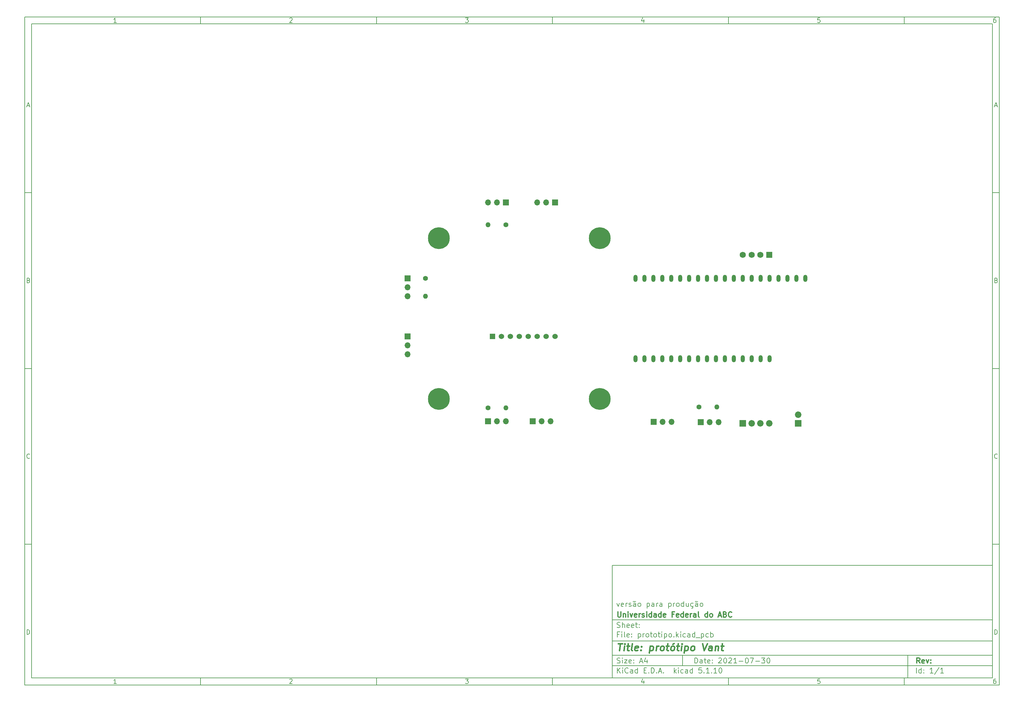
<source format=gbr>
%TF.GenerationSoftware,KiCad,Pcbnew,5.1.10*%
%TF.CreationDate,2021-08-11T12:17:18-03:00*%
%TF.ProjectId,prototipo,70726f74-6f74-4697-906f-2e6b69636164,rev?*%
%TF.SameCoordinates,Original*%
%TF.FileFunction,Soldermask,Top*%
%TF.FilePolarity,Negative*%
%FSLAX46Y46*%
G04 Gerber Fmt 4.6, Leading zero omitted, Abs format (unit mm)*
G04 Created by KiCad (PCBNEW 5.1.10) date 2021-08-11 12:17:18*
%MOMM*%
%LPD*%
G01*
G04 APERTURE LIST*
%ADD10C,0.100000*%
%ADD11C,0.150000*%
%ADD12C,0.300000*%
%ADD13C,0.400000*%
%ADD14R,1.850000X1.850000*%
%ADD15C,1.850000*%
%ADD16O,1.200000X2.000000*%
%ADD17C,6.200000*%
%ADD18O,1.700000X1.700000*%
%ADD19R,1.700000X1.700000*%
%ADD20C,1.400000*%
%ADD21O,1.400000X1.400000*%
%ADD22C,1.524000*%
%ADD23R,1.524000X1.524000*%
%ADD24R,1.750000X1.750000*%
%ADD25C,1.750000*%
G04 APERTURE END LIST*
D10*
D11*
X177002200Y-166007200D02*
X177002200Y-198007200D01*
X285002200Y-198007200D01*
X285002200Y-166007200D01*
X177002200Y-166007200D01*
D10*
D11*
X10000000Y-10000000D02*
X10000000Y-200007200D01*
X287002200Y-200007200D01*
X287002200Y-10000000D01*
X10000000Y-10000000D01*
D10*
D11*
X12000000Y-12000000D02*
X12000000Y-198007200D01*
X285002200Y-198007200D01*
X285002200Y-12000000D01*
X12000000Y-12000000D01*
D10*
D11*
X60000000Y-12000000D02*
X60000000Y-10000000D01*
D10*
D11*
X110000000Y-12000000D02*
X110000000Y-10000000D01*
D10*
D11*
X160000000Y-12000000D02*
X160000000Y-10000000D01*
D10*
D11*
X210000000Y-12000000D02*
X210000000Y-10000000D01*
D10*
D11*
X260000000Y-12000000D02*
X260000000Y-10000000D01*
D10*
D11*
X36065476Y-11588095D02*
X35322619Y-11588095D01*
X35694047Y-11588095D02*
X35694047Y-10288095D01*
X35570238Y-10473809D01*
X35446428Y-10597619D01*
X35322619Y-10659523D01*
D10*
D11*
X85322619Y-10411904D02*
X85384523Y-10350000D01*
X85508333Y-10288095D01*
X85817857Y-10288095D01*
X85941666Y-10350000D01*
X86003571Y-10411904D01*
X86065476Y-10535714D01*
X86065476Y-10659523D01*
X86003571Y-10845238D01*
X85260714Y-11588095D01*
X86065476Y-11588095D01*
D10*
D11*
X135260714Y-10288095D02*
X136065476Y-10288095D01*
X135632142Y-10783333D01*
X135817857Y-10783333D01*
X135941666Y-10845238D01*
X136003571Y-10907142D01*
X136065476Y-11030952D01*
X136065476Y-11340476D01*
X136003571Y-11464285D01*
X135941666Y-11526190D01*
X135817857Y-11588095D01*
X135446428Y-11588095D01*
X135322619Y-11526190D01*
X135260714Y-11464285D01*
D10*
D11*
X185941666Y-10721428D02*
X185941666Y-11588095D01*
X185632142Y-10226190D02*
X185322619Y-11154761D01*
X186127380Y-11154761D01*
D10*
D11*
X236003571Y-10288095D02*
X235384523Y-10288095D01*
X235322619Y-10907142D01*
X235384523Y-10845238D01*
X235508333Y-10783333D01*
X235817857Y-10783333D01*
X235941666Y-10845238D01*
X236003571Y-10907142D01*
X236065476Y-11030952D01*
X236065476Y-11340476D01*
X236003571Y-11464285D01*
X235941666Y-11526190D01*
X235817857Y-11588095D01*
X235508333Y-11588095D01*
X235384523Y-11526190D01*
X235322619Y-11464285D01*
D10*
D11*
X285941666Y-10288095D02*
X285694047Y-10288095D01*
X285570238Y-10350000D01*
X285508333Y-10411904D01*
X285384523Y-10597619D01*
X285322619Y-10845238D01*
X285322619Y-11340476D01*
X285384523Y-11464285D01*
X285446428Y-11526190D01*
X285570238Y-11588095D01*
X285817857Y-11588095D01*
X285941666Y-11526190D01*
X286003571Y-11464285D01*
X286065476Y-11340476D01*
X286065476Y-11030952D01*
X286003571Y-10907142D01*
X285941666Y-10845238D01*
X285817857Y-10783333D01*
X285570238Y-10783333D01*
X285446428Y-10845238D01*
X285384523Y-10907142D01*
X285322619Y-11030952D01*
D10*
D11*
X60000000Y-198007200D02*
X60000000Y-200007200D01*
D10*
D11*
X110000000Y-198007200D02*
X110000000Y-200007200D01*
D10*
D11*
X160000000Y-198007200D02*
X160000000Y-200007200D01*
D10*
D11*
X210000000Y-198007200D02*
X210000000Y-200007200D01*
D10*
D11*
X260000000Y-198007200D02*
X260000000Y-200007200D01*
D10*
D11*
X36065476Y-199595295D02*
X35322619Y-199595295D01*
X35694047Y-199595295D02*
X35694047Y-198295295D01*
X35570238Y-198481009D01*
X35446428Y-198604819D01*
X35322619Y-198666723D01*
D10*
D11*
X85322619Y-198419104D02*
X85384523Y-198357200D01*
X85508333Y-198295295D01*
X85817857Y-198295295D01*
X85941666Y-198357200D01*
X86003571Y-198419104D01*
X86065476Y-198542914D01*
X86065476Y-198666723D01*
X86003571Y-198852438D01*
X85260714Y-199595295D01*
X86065476Y-199595295D01*
D10*
D11*
X135260714Y-198295295D02*
X136065476Y-198295295D01*
X135632142Y-198790533D01*
X135817857Y-198790533D01*
X135941666Y-198852438D01*
X136003571Y-198914342D01*
X136065476Y-199038152D01*
X136065476Y-199347676D01*
X136003571Y-199471485D01*
X135941666Y-199533390D01*
X135817857Y-199595295D01*
X135446428Y-199595295D01*
X135322619Y-199533390D01*
X135260714Y-199471485D01*
D10*
D11*
X185941666Y-198728628D02*
X185941666Y-199595295D01*
X185632142Y-198233390D02*
X185322619Y-199161961D01*
X186127380Y-199161961D01*
D10*
D11*
X236003571Y-198295295D02*
X235384523Y-198295295D01*
X235322619Y-198914342D01*
X235384523Y-198852438D01*
X235508333Y-198790533D01*
X235817857Y-198790533D01*
X235941666Y-198852438D01*
X236003571Y-198914342D01*
X236065476Y-199038152D01*
X236065476Y-199347676D01*
X236003571Y-199471485D01*
X235941666Y-199533390D01*
X235817857Y-199595295D01*
X235508333Y-199595295D01*
X235384523Y-199533390D01*
X235322619Y-199471485D01*
D10*
D11*
X285941666Y-198295295D02*
X285694047Y-198295295D01*
X285570238Y-198357200D01*
X285508333Y-198419104D01*
X285384523Y-198604819D01*
X285322619Y-198852438D01*
X285322619Y-199347676D01*
X285384523Y-199471485D01*
X285446428Y-199533390D01*
X285570238Y-199595295D01*
X285817857Y-199595295D01*
X285941666Y-199533390D01*
X286003571Y-199471485D01*
X286065476Y-199347676D01*
X286065476Y-199038152D01*
X286003571Y-198914342D01*
X285941666Y-198852438D01*
X285817857Y-198790533D01*
X285570238Y-198790533D01*
X285446428Y-198852438D01*
X285384523Y-198914342D01*
X285322619Y-199038152D01*
D10*
D11*
X10000000Y-60000000D02*
X12000000Y-60000000D01*
D10*
D11*
X10000000Y-110000000D02*
X12000000Y-110000000D01*
D10*
D11*
X10000000Y-160000000D02*
X12000000Y-160000000D01*
D10*
D11*
X10690476Y-35216666D02*
X11309523Y-35216666D01*
X10566666Y-35588095D02*
X11000000Y-34288095D01*
X11433333Y-35588095D01*
D10*
D11*
X11092857Y-84907142D02*
X11278571Y-84969047D01*
X11340476Y-85030952D01*
X11402380Y-85154761D01*
X11402380Y-85340476D01*
X11340476Y-85464285D01*
X11278571Y-85526190D01*
X11154761Y-85588095D01*
X10659523Y-85588095D01*
X10659523Y-84288095D01*
X11092857Y-84288095D01*
X11216666Y-84350000D01*
X11278571Y-84411904D01*
X11340476Y-84535714D01*
X11340476Y-84659523D01*
X11278571Y-84783333D01*
X11216666Y-84845238D01*
X11092857Y-84907142D01*
X10659523Y-84907142D01*
D10*
D11*
X11402380Y-135464285D02*
X11340476Y-135526190D01*
X11154761Y-135588095D01*
X11030952Y-135588095D01*
X10845238Y-135526190D01*
X10721428Y-135402380D01*
X10659523Y-135278571D01*
X10597619Y-135030952D01*
X10597619Y-134845238D01*
X10659523Y-134597619D01*
X10721428Y-134473809D01*
X10845238Y-134350000D01*
X11030952Y-134288095D01*
X11154761Y-134288095D01*
X11340476Y-134350000D01*
X11402380Y-134411904D01*
D10*
D11*
X10659523Y-185588095D02*
X10659523Y-184288095D01*
X10969047Y-184288095D01*
X11154761Y-184350000D01*
X11278571Y-184473809D01*
X11340476Y-184597619D01*
X11402380Y-184845238D01*
X11402380Y-185030952D01*
X11340476Y-185278571D01*
X11278571Y-185402380D01*
X11154761Y-185526190D01*
X10969047Y-185588095D01*
X10659523Y-185588095D01*
D10*
D11*
X287002200Y-60000000D02*
X285002200Y-60000000D01*
D10*
D11*
X287002200Y-110000000D02*
X285002200Y-110000000D01*
D10*
D11*
X287002200Y-160000000D02*
X285002200Y-160000000D01*
D10*
D11*
X285692676Y-35216666D02*
X286311723Y-35216666D01*
X285568866Y-35588095D02*
X286002200Y-34288095D01*
X286435533Y-35588095D01*
D10*
D11*
X286095057Y-84907142D02*
X286280771Y-84969047D01*
X286342676Y-85030952D01*
X286404580Y-85154761D01*
X286404580Y-85340476D01*
X286342676Y-85464285D01*
X286280771Y-85526190D01*
X286156961Y-85588095D01*
X285661723Y-85588095D01*
X285661723Y-84288095D01*
X286095057Y-84288095D01*
X286218866Y-84350000D01*
X286280771Y-84411904D01*
X286342676Y-84535714D01*
X286342676Y-84659523D01*
X286280771Y-84783333D01*
X286218866Y-84845238D01*
X286095057Y-84907142D01*
X285661723Y-84907142D01*
D10*
D11*
X286404580Y-135464285D02*
X286342676Y-135526190D01*
X286156961Y-135588095D01*
X286033152Y-135588095D01*
X285847438Y-135526190D01*
X285723628Y-135402380D01*
X285661723Y-135278571D01*
X285599819Y-135030952D01*
X285599819Y-134845238D01*
X285661723Y-134597619D01*
X285723628Y-134473809D01*
X285847438Y-134350000D01*
X286033152Y-134288095D01*
X286156961Y-134288095D01*
X286342676Y-134350000D01*
X286404580Y-134411904D01*
D10*
D11*
X285661723Y-185588095D02*
X285661723Y-184288095D01*
X285971247Y-184288095D01*
X286156961Y-184350000D01*
X286280771Y-184473809D01*
X286342676Y-184597619D01*
X286404580Y-184845238D01*
X286404580Y-185030952D01*
X286342676Y-185278571D01*
X286280771Y-185402380D01*
X286156961Y-185526190D01*
X285971247Y-185588095D01*
X285661723Y-185588095D01*
D10*
D11*
X200434342Y-193785771D02*
X200434342Y-192285771D01*
X200791485Y-192285771D01*
X201005771Y-192357200D01*
X201148628Y-192500057D01*
X201220057Y-192642914D01*
X201291485Y-192928628D01*
X201291485Y-193142914D01*
X201220057Y-193428628D01*
X201148628Y-193571485D01*
X201005771Y-193714342D01*
X200791485Y-193785771D01*
X200434342Y-193785771D01*
X202577200Y-193785771D02*
X202577200Y-193000057D01*
X202505771Y-192857200D01*
X202362914Y-192785771D01*
X202077200Y-192785771D01*
X201934342Y-192857200D01*
X202577200Y-193714342D02*
X202434342Y-193785771D01*
X202077200Y-193785771D01*
X201934342Y-193714342D01*
X201862914Y-193571485D01*
X201862914Y-193428628D01*
X201934342Y-193285771D01*
X202077200Y-193214342D01*
X202434342Y-193214342D01*
X202577200Y-193142914D01*
X203077200Y-192785771D02*
X203648628Y-192785771D01*
X203291485Y-192285771D02*
X203291485Y-193571485D01*
X203362914Y-193714342D01*
X203505771Y-193785771D01*
X203648628Y-193785771D01*
X204720057Y-193714342D02*
X204577200Y-193785771D01*
X204291485Y-193785771D01*
X204148628Y-193714342D01*
X204077200Y-193571485D01*
X204077200Y-193000057D01*
X204148628Y-192857200D01*
X204291485Y-192785771D01*
X204577200Y-192785771D01*
X204720057Y-192857200D01*
X204791485Y-193000057D01*
X204791485Y-193142914D01*
X204077200Y-193285771D01*
X205434342Y-193642914D02*
X205505771Y-193714342D01*
X205434342Y-193785771D01*
X205362914Y-193714342D01*
X205434342Y-193642914D01*
X205434342Y-193785771D01*
X205434342Y-192857200D02*
X205505771Y-192928628D01*
X205434342Y-193000057D01*
X205362914Y-192928628D01*
X205434342Y-192857200D01*
X205434342Y-193000057D01*
X207220057Y-192428628D02*
X207291485Y-192357200D01*
X207434342Y-192285771D01*
X207791485Y-192285771D01*
X207934342Y-192357200D01*
X208005771Y-192428628D01*
X208077200Y-192571485D01*
X208077200Y-192714342D01*
X208005771Y-192928628D01*
X207148628Y-193785771D01*
X208077200Y-193785771D01*
X209005771Y-192285771D02*
X209148628Y-192285771D01*
X209291485Y-192357200D01*
X209362914Y-192428628D01*
X209434342Y-192571485D01*
X209505771Y-192857200D01*
X209505771Y-193214342D01*
X209434342Y-193500057D01*
X209362914Y-193642914D01*
X209291485Y-193714342D01*
X209148628Y-193785771D01*
X209005771Y-193785771D01*
X208862914Y-193714342D01*
X208791485Y-193642914D01*
X208720057Y-193500057D01*
X208648628Y-193214342D01*
X208648628Y-192857200D01*
X208720057Y-192571485D01*
X208791485Y-192428628D01*
X208862914Y-192357200D01*
X209005771Y-192285771D01*
X210077200Y-192428628D02*
X210148628Y-192357200D01*
X210291485Y-192285771D01*
X210648628Y-192285771D01*
X210791485Y-192357200D01*
X210862914Y-192428628D01*
X210934342Y-192571485D01*
X210934342Y-192714342D01*
X210862914Y-192928628D01*
X210005771Y-193785771D01*
X210934342Y-193785771D01*
X212362914Y-193785771D02*
X211505771Y-193785771D01*
X211934342Y-193785771D02*
X211934342Y-192285771D01*
X211791485Y-192500057D01*
X211648628Y-192642914D01*
X211505771Y-192714342D01*
X213005771Y-193214342D02*
X214148628Y-193214342D01*
X215148628Y-192285771D02*
X215291485Y-192285771D01*
X215434342Y-192357200D01*
X215505771Y-192428628D01*
X215577200Y-192571485D01*
X215648628Y-192857200D01*
X215648628Y-193214342D01*
X215577200Y-193500057D01*
X215505771Y-193642914D01*
X215434342Y-193714342D01*
X215291485Y-193785771D01*
X215148628Y-193785771D01*
X215005771Y-193714342D01*
X214934342Y-193642914D01*
X214862914Y-193500057D01*
X214791485Y-193214342D01*
X214791485Y-192857200D01*
X214862914Y-192571485D01*
X214934342Y-192428628D01*
X215005771Y-192357200D01*
X215148628Y-192285771D01*
X216148628Y-192285771D02*
X217148628Y-192285771D01*
X216505771Y-193785771D01*
X217720057Y-193214342D02*
X218862914Y-193214342D01*
X219434342Y-192285771D02*
X220362914Y-192285771D01*
X219862914Y-192857200D01*
X220077200Y-192857200D01*
X220220057Y-192928628D01*
X220291485Y-193000057D01*
X220362914Y-193142914D01*
X220362914Y-193500057D01*
X220291485Y-193642914D01*
X220220057Y-193714342D01*
X220077200Y-193785771D01*
X219648628Y-193785771D01*
X219505771Y-193714342D01*
X219434342Y-193642914D01*
X221291485Y-192285771D02*
X221434342Y-192285771D01*
X221577200Y-192357200D01*
X221648628Y-192428628D01*
X221720057Y-192571485D01*
X221791485Y-192857200D01*
X221791485Y-193214342D01*
X221720057Y-193500057D01*
X221648628Y-193642914D01*
X221577200Y-193714342D01*
X221434342Y-193785771D01*
X221291485Y-193785771D01*
X221148628Y-193714342D01*
X221077200Y-193642914D01*
X221005771Y-193500057D01*
X220934342Y-193214342D01*
X220934342Y-192857200D01*
X221005771Y-192571485D01*
X221077200Y-192428628D01*
X221148628Y-192357200D01*
X221291485Y-192285771D01*
D10*
D11*
X177002200Y-194507200D02*
X285002200Y-194507200D01*
D10*
D11*
X178434342Y-196585771D02*
X178434342Y-195085771D01*
X179291485Y-196585771D02*
X178648628Y-195728628D01*
X179291485Y-195085771D02*
X178434342Y-195942914D01*
X179934342Y-196585771D02*
X179934342Y-195585771D01*
X179934342Y-195085771D02*
X179862914Y-195157200D01*
X179934342Y-195228628D01*
X180005771Y-195157200D01*
X179934342Y-195085771D01*
X179934342Y-195228628D01*
X181505771Y-196442914D02*
X181434342Y-196514342D01*
X181220057Y-196585771D01*
X181077200Y-196585771D01*
X180862914Y-196514342D01*
X180720057Y-196371485D01*
X180648628Y-196228628D01*
X180577200Y-195942914D01*
X180577200Y-195728628D01*
X180648628Y-195442914D01*
X180720057Y-195300057D01*
X180862914Y-195157200D01*
X181077200Y-195085771D01*
X181220057Y-195085771D01*
X181434342Y-195157200D01*
X181505771Y-195228628D01*
X182791485Y-196585771D02*
X182791485Y-195800057D01*
X182720057Y-195657200D01*
X182577200Y-195585771D01*
X182291485Y-195585771D01*
X182148628Y-195657200D01*
X182791485Y-196514342D02*
X182648628Y-196585771D01*
X182291485Y-196585771D01*
X182148628Y-196514342D01*
X182077200Y-196371485D01*
X182077200Y-196228628D01*
X182148628Y-196085771D01*
X182291485Y-196014342D01*
X182648628Y-196014342D01*
X182791485Y-195942914D01*
X184148628Y-196585771D02*
X184148628Y-195085771D01*
X184148628Y-196514342D02*
X184005771Y-196585771D01*
X183720057Y-196585771D01*
X183577200Y-196514342D01*
X183505771Y-196442914D01*
X183434342Y-196300057D01*
X183434342Y-195871485D01*
X183505771Y-195728628D01*
X183577200Y-195657200D01*
X183720057Y-195585771D01*
X184005771Y-195585771D01*
X184148628Y-195657200D01*
X186005771Y-195800057D02*
X186505771Y-195800057D01*
X186720057Y-196585771D02*
X186005771Y-196585771D01*
X186005771Y-195085771D01*
X186720057Y-195085771D01*
X187362914Y-196442914D02*
X187434342Y-196514342D01*
X187362914Y-196585771D01*
X187291485Y-196514342D01*
X187362914Y-196442914D01*
X187362914Y-196585771D01*
X188077200Y-196585771D02*
X188077200Y-195085771D01*
X188434342Y-195085771D01*
X188648628Y-195157200D01*
X188791485Y-195300057D01*
X188862914Y-195442914D01*
X188934342Y-195728628D01*
X188934342Y-195942914D01*
X188862914Y-196228628D01*
X188791485Y-196371485D01*
X188648628Y-196514342D01*
X188434342Y-196585771D01*
X188077200Y-196585771D01*
X189577200Y-196442914D02*
X189648628Y-196514342D01*
X189577200Y-196585771D01*
X189505771Y-196514342D01*
X189577200Y-196442914D01*
X189577200Y-196585771D01*
X190220057Y-196157200D02*
X190934342Y-196157200D01*
X190077200Y-196585771D02*
X190577200Y-195085771D01*
X191077200Y-196585771D01*
X191577200Y-196442914D02*
X191648628Y-196514342D01*
X191577200Y-196585771D01*
X191505771Y-196514342D01*
X191577200Y-196442914D01*
X191577200Y-196585771D01*
X194577200Y-196585771D02*
X194577200Y-195085771D01*
X194720057Y-196014342D02*
X195148628Y-196585771D01*
X195148628Y-195585771D02*
X194577200Y-196157200D01*
X195791485Y-196585771D02*
X195791485Y-195585771D01*
X195791485Y-195085771D02*
X195720057Y-195157200D01*
X195791485Y-195228628D01*
X195862914Y-195157200D01*
X195791485Y-195085771D01*
X195791485Y-195228628D01*
X197148628Y-196514342D02*
X197005771Y-196585771D01*
X196720057Y-196585771D01*
X196577200Y-196514342D01*
X196505771Y-196442914D01*
X196434342Y-196300057D01*
X196434342Y-195871485D01*
X196505771Y-195728628D01*
X196577200Y-195657200D01*
X196720057Y-195585771D01*
X197005771Y-195585771D01*
X197148628Y-195657200D01*
X198434342Y-196585771D02*
X198434342Y-195800057D01*
X198362914Y-195657200D01*
X198220057Y-195585771D01*
X197934342Y-195585771D01*
X197791485Y-195657200D01*
X198434342Y-196514342D02*
X198291485Y-196585771D01*
X197934342Y-196585771D01*
X197791485Y-196514342D01*
X197720057Y-196371485D01*
X197720057Y-196228628D01*
X197791485Y-196085771D01*
X197934342Y-196014342D01*
X198291485Y-196014342D01*
X198434342Y-195942914D01*
X199791485Y-196585771D02*
X199791485Y-195085771D01*
X199791485Y-196514342D02*
X199648628Y-196585771D01*
X199362914Y-196585771D01*
X199220057Y-196514342D01*
X199148628Y-196442914D01*
X199077200Y-196300057D01*
X199077200Y-195871485D01*
X199148628Y-195728628D01*
X199220057Y-195657200D01*
X199362914Y-195585771D01*
X199648628Y-195585771D01*
X199791485Y-195657200D01*
X202362914Y-195085771D02*
X201648628Y-195085771D01*
X201577200Y-195800057D01*
X201648628Y-195728628D01*
X201791485Y-195657200D01*
X202148628Y-195657200D01*
X202291485Y-195728628D01*
X202362914Y-195800057D01*
X202434342Y-195942914D01*
X202434342Y-196300057D01*
X202362914Y-196442914D01*
X202291485Y-196514342D01*
X202148628Y-196585771D01*
X201791485Y-196585771D01*
X201648628Y-196514342D01*
X201577200Y-196442914D01*
X203077200Y-196442914D02*
X203148628Y-196514342D01*
X203077200Y-196585771D01*
X203005771Y-196514342D01*
X203077200Y-196442914D01*
X203077200Y-196585771D01*
X204577200Y-196585771D02*
X203720057Y-196585771D01*
X204148628Y-196585771D02*
X204148628Y-195085771D01*
X204005771Y-195300057D01*
X203862914Y-195442914D01*
X203720057Y-195514342D01*
X205220057Y-196442914D02*
X205291485Y-196514342D01*
X205220057Y-196585771D01*
X205148628Y-196514342D01*
X205220057Y-196442914D01*
X205220057Y-196585771D01*
X206720057Y-196585771D02*
X205862914Y-196585771D01*
X206291485Y-196585771D02*
X206291485Y-195085771D01*
X206148628Y-195300057D01*
X206005771Y-195442914D01*
X205862914Y-195514342D01*
X207648628Y-195085771D02*
X207791485Y-195085771D01*
X207934342Y-195157200D01*
X208005771Y-195228628D01*
X208077200Y-195371485D01*
X208148628Y-195657200D01*
X208148628Y-196014342D01*
X208077200Y-196300057D01*
X208005771Y-196442914D01*
X207934342Y-196514342D01*
X207791485Y-196585771D01*
X207648628Y-196585771D01*
X207505771Y-196514342D01*
X207434342Y-196442914D01*
X207362914Y-196300057D01*
X207291485Y-196014342D01*
X207291485Y-195657200D01*
X207362914Y-195371485D01*
X207434342Y-195228628D01*
X207505771Y-195157200D01*
X207648628Y-195085771D01*
D10*
D11*
X177002200Y-191507200D02*
X285002200Y-191507200D01*
D10*
D12*
X264411485Y-193785771D02*
X263911485Y-193071485D01*
X263554342Y-193785771D02*
X263554342Y-192285771D01*
X264125771Y-192285771D01*
X264268628Y-192357200D01*
X264340057Y-192428628D01*
X264411485Y-192571485D01*
X264411485Y-192785771D01*
X264340057Y-192928628D01*
X264268628Y-193000057D01*
X264125771Y-193071485D01*
X263554342Y-193071485D01*
X265625771Y-193714342D02*
X265482914Y-193785771D01*
X265197200Y-193785771D01*
X265054342Y-193714342D01*
X264982914Y-193571485D01*
X264982914Y-193000057D01*
X265054342Y-192857200D01*
X265197200Y-192785771D01*
X265482914Y-192785771D01*
X265625771Y-192857200D01*
X265697200Y-193000057D01*
X265697200Y-193142914D01*
X264982914Y-193285771D01*
X266197200Y-192785771D02*
X266554342Y-193785771D01*
X266911485Y-192785771D01*
X267482914Y-193642914D02*
X267554342Y-193714342D01*
X267482914Y-193785771D01*
X267411485Y-193714342D01*
X267482914Y-193642914D01*
X267482914Y-193785771D01*
X267482914Y-192857200D02*
X267554342Y-192928628D01*
X267482914Y-193000057D01*
X267411485Y-192928628D01*
X267482914Y-192857200D01*
X267482914Y-193000057D01*
D10*
D11*
X178362914Y-193714342D02*
X178577200Y-193785771D01*
X178934342Y-193785771D01*
X179077200Y-193714342D01*
X179148628Y-193642914D01*
X179220057Y-193500057D01*
X179220057Y-193357200D01*
X179148628Y-193214342D01*
X179077200Y-193142914D01*
X178934342Y-193071485D01*
X178648628Y-193000057D01*
X178505771Y-192928628D01*
X178434342Y-192857200D01*
X178362914Y-192714342D01*
X178362914Y-192571485D01*
X178434342Y-192428628D01*
X178505771Y-192357200D01*
X178648628Y-192285771D01*
X179005771Y-192285771D01*
X179220057Y-192357200D01*
X179862914Y-193785771D02*
X179862914Y-192785771D01*
X179862914Y-192285771D02*
X179791485Y-192357200D01*
X179862914Y-192428628D01*
X179934342Y-192357200D01*
X179862914Y-192285771D01*
X179862914Y-192428628D01*
X180434342Y-192785771D02*
X181220057Y-192785771D01*
X180434342Y-193785771D01*
X181220057Y-193785771D01*
X182362914Y-193714342D02*
X182220057Y-193785771D01*
X181934342Y-193785771D01*
X181791485Y-193714342D01*
X181720057Y-193571485D01*
X181720057Y-193000057D01*
X181791485Y-192857200D01*
X181934342Y-192785771D01*
X182220057Y-192785771D01*
X182362914Y-192857200D01*
X182434342Y-193000057D01*
X182434342Y-193142914D01*
X181720057Y-193285771D01*
X183077200Y-193642914D02*
X183148628Y-193714342D01*
X183077200Y-193785771D01*
X183005771Y-193714342D01*
X183077200Y-193642914D01*
X183077200Y-193785771D01*
X183077200Y-192857200D02*
X183148628Y-192928628D01*
X183077200Y-193000057D01*
X183005771Y-192928628D01*
X183077200Y-192857200D01*
X183077200Y-193000057D01*
X184862914Y-193357200D02*
X185577200Y-193357200D01*
X184720057Y-193785771D02*
X185220057Y-192285771D01*
X185720057Y-193785771D01*
X186862914Y-192785771D02*
X186862914Y-193785771D01*
X186505771Y-192214342D02*
X186148628Y-193285771D01*
X187077200Y-193285771D01*
D10*
D11*
X263434342Y-196585771D02*
X263434342Y-195085771D01*
X264791485Y-196585771D02*
X264791485Y-195085771D01*
X264791485Y-196514342D02*
X264648628Y-196585771D01*
X264362914Y-196585771D01*
X264220057Y-196514342D01*
X264148628Y-196442914D01*
X264077200Y-196300057D01*
X264077200Y-195871485D01*
X264148628Y-195728628D01*
X264220057Y-195657200D01*
X264362914Y-195585771D01*
X264648628Y-195585771D01*
X264791485Y-195657200D01*
X265505771Y-196442914D02*
X265577200Y-196514342D01*
X265505771Y-196585771D01*
X265434342Y-196514342D01*
X265505771Y-196442914D01*
X265505771Y-196585771D01*
X265505771Y-195657200D02*
X265577200Y-195728628D01*
X265505771Y-195800057D01*
X265434342Y-195728628D01*
X265505771Y-195657200D01*
X265505771Y-195800057D01*
X268148628Y-196585771D02*
X267291485Y-196585771D01*
X267720057Y-196585771D02*
X267720057Y-195085771D01*
X267577200Y-195300057D01*
X267434342Y-195442914D01*
X267291485Y-195514342D01*
X269862914Y-195014342D02*
X268577200Y-196942914D01*
X271148628Y-196585771D02*
X270291485Y-196585771D01*
X270720057Y-196585771D02*
X270720057Y-195085771D01*
X270577200Y-195300057D01*
X270434342Y-195442914D01*
X270291485Y-195514342D01*
D10*
D11*
X177002200Y-187507200D02*
X285002200Y-187507200D01*
D10*
D13*
X178714580Y-188211961D02*
X179857438Y-188211961D01*
X179036009Y-190211961D02*
X179286009Y-188211961D01*
X180274104Y-190211961D02*
X180440771Y-188878628D01*
X180524104Y-188211961D02*
X180416961Y-188307200D01*
X180500295Y-188402438D01*
X180607438Y-188307200D01*
X180524104Y-188211961D01*
X180500295Y-188402438D01*
X181107438Y-188878628D02*
X181869342Y-188878628D01*
X181476485Y-188211961D02*
X181262200Y-189926247D01*
X181333628Y-190116723D01*
X181512200Y-190211961D01*
X181702676Y-190211961D01*
X182655057Y-190211961D02*
X182476485Y-190116723D01*
X182405057Y-189926247D01*
X182619342Y-188211961D01*
X184190771Y-190116723D02*
X183988390Y-190211961D01*
X183607438Y-190211961D01*
X183428866Y-190116723D01*
X183357438Y-189926247D01*
X183452676Y-189164342D01*
X183571723Y-188973866D01*
X183774104Y-188878628D01*
X184155057Y-188878628D01*
X184333628Y-188973866D01*
X184405057Y-189164342D01*
X184381247Y-189354819D01*
X183405057Y-189545295D01*
X185155057Y-190021485D02*
X185238390Y-190116723D01*
X185131247Y-190211961D01*
X185047914Y-190116723D01*
X185155057Y-190021485D01*
X185131247Y-190211961D01*
X185286009Y-188973866D02*
X185369342Y-189069104D01*
X185262200Y-189164342D01*
X185178866Y-189069104D01*
X185286009Y-188973866D01*
X185262200Y-189164342D01*
X187774104Y-188878628D02*
X187524104Y-190878628D01*
X187762200Y-188973866D02*
X187964580Y-188878628D01*
X188345533Y-188878628D01*
X188524104Y-188973866D01*
X188607438Y-189069104D01*
X188678866Y-189259580D01*
X188607438Y-189831009D01*
X188488390Y-190021485D01*
X188381247Y-190116723D01*
X188178866Y-190211961D01*
X187797914Y-190211961D01*
X187619342Y-190116723D01*
X189416961Y-190211961D02*
X189583628Y-188878628D01*
X189536009Y-189259580D02*
X189655057Y-189069104D01*
X189762200Y-188973866D01*
X189964580Y-188878628D01*
X190155057Y-188878628D01*
X190940771Y-190211961D02*
X190762200Y-190116723D01*
X190678866Y-190021485D01*
X190607438Y-189831009D01*
X190678866Y-189259580D01*
X190797914Y-189069104D01*
X190905057Y-188973866D01*
X191107438Y-188878628D01*
X191393152Y-188878628D01*
X191571723Y-188973866D01*
X191655057Y-189069104D01*
X191726485Y-189259580D01*
X191655057Y-189831009D01*
X191536009Y-190021485D01*
X191428866Y-190116723D01*
X191226485Y-190211961D01*
X190940771Y-190211961D01*
X192345533Y-188878628D02*
X193107438Y-188878628D01*
X192714580Y-188211961D02*
X192500295Y-189926247D01*
X192571723Y-190116723D01*
X192750295Y-190211961D01*
X192940771Y-190211961D01*
X193893152Y-190211961D02*
X193714580Y-190116723D01*
X193631247Y-190021485D01*
X193559819Y-189831009D01*
X193631247Y-189259580D01*
X193750295Y-189069104D01*
X193857438Y-188973866D01*
X194059819Y-188878628D01*
X194345533Y-188878628D01*
X194524104Y-188973866D01*
X194607438Y-189069104D01*
X194678866Y-189259580D01*
X194607438Y-189831009D01*
X194488390Y-190021485D01*
X194381247Y-190116723D01*
X194178866Y-190211961D01*
X193893152Y-190211961D01*
X194536009Y-188116723D02*
X194214580Y-188402438D01*
X195297914Y-188878628D02*
X196059819Y-188878628D01*
X195666961Y-188211961D02*
X195452676Y-189926247D01*
X195524104Y-190116723D01*
X195702676Y-190211961D01*
X195893152Y-190211961D01*
X196559819Y-190211961D02*
X196726485Y-188878628D01*
X196809819Y-188211961D02*
X196702676Y-188307200D01*
X196786009Y-188402438D01*
X196893152Y-188307200D01*
X196809819Y-188211961D01*
X196786009Y-188402438D01*
X197678866Y-188878628D02*
X197428866Y-190878628D01*
X197666961Y-188973866D02*
X197869342Y-188878628D01*
X198250295Y-188878628D01*
X198428866Y-188973866D01*
X198512200Y-189069104D01*
X198583628Y-189259580D01*
X198512200Y-189831009D01*
X198393152Y-190021485D01*
X198286009Y-190116723D01*
X198083628Y-190211961D01*
X197702676Y-190211961D01*
X197524104Y-190116723D01*
X199607438Y-190211961D02*
X199428866Y-190116723D01*
X199345533Y-190021485D01*
X199274104Y-189831009D01*
X199345533Y-189259580D01*
X199464580Y-189069104D01*
X199571723Y-188973866D01*
X199774104Y-188878628D01*
X200059819Y-188878628D01*
X200238390Y-188973866D01*
X200321723Y-189069104D01*
X200393152Y-189259580D01*
X200321723Y-189831009D01*
X200202676Y-190021485D01*
X200095533Y-190116723D01*
X199893152Y-190211961D01*
X199607438Y-190211961D01*
X202619342Y-188211961D02*
X203036009Y-190211961D01*
X203952676Y-188211961D01*
X205226485Y-190211961D02*
X205357438Y-189164342D01*
X205286009Y-188973866D01*
X205107438Y-188878628D01*
X204726485Y-188878628D01*
X204524104Y-188973866D01*
X205238390Y-190116723D02*
X205036009Y-190211961D01*
X204559819Y-190211961D01*
X204381247Y-190116723D01*
X204309819Y-189926247D01*
X204333628Y-189735771D01*
X204452676Y-189545295D01*
X204655057Y-189450057D01*
X205131247Y-189450057D01*
X205333628Y-189354819D01*
X206345533Y-188878628D02*
X206178866Y-190211961D01*
X206321723Y-189069104D02*
X206428866Y-188973866D01*
X206631247Y-188878628D01*
X206916961Y-188878628D01*
X207095533Y-188973866D01*
X207166961Y-189164342D01*
X207036009Y-190211961D01*
X207869342Y-188878628D02*
X208631247Y-188878628D01*
X208238390Y-188211961D02*
X208024104Y-189926247D01*
X208095533Y-190116723D01*
X208274104Y-190211961D01*
X208464580Y-190211961D01*
D10*
D11*
X178934342Y-185600057D02*
X178434342Y-185600057D01*
X178434342Y-186385771D02*
X178434342Y-184885771D01*
X179148628Y-184885771D01*
X179720057Y-186385771D02*
X179720057Y-185385771D01*
X179720057Y-184885771D02*
X179648628Y-184957200D01*
X179720057Y-185028628D01*
X179791485Y-184957200D01*
X179720057Y-184885771D01*
X179720057Y-185028628D01*
X180648628Y-186385771D02*
X180505771Y-186314342D01*
X180434342Y-186171485D01*
X180434342Y-184885771D01*
X181791485Y-186314342D02*
X181648628Y-186385771D01*
X181362914Y-186385771D01*
X181220057Y-186314342D01*
X181148628Y-186171485D01*
X181148628Y-185600057D01*
X181220057Y-185457200D01*
X181362914Y-185385771D01*
X181648628Y-185385771D01*
X181791485Y-185457200D01*
X181862914Y-185600057D01*
X181862914Y-185742914D01*
X181148628Y-185885771D01*
X182505771Y-186242914D02*
X182577200Y-186314342D01*
X182505771Y-186385771D01*
X182434342Y-186314342D01*
X182505771Y-186242914D01*
X182505771Y-186385771D01*
X182505771Y-185457200D02*
X182577200Y-185528628D01*
X182505771Y-185600057D01*
X182434342Y-185528628D01*
X182505771Y-185457200D01*
X182505771Y-185600057D01*
X184362914Y-185385771D02*
X184362914Y-186885771D01*
X184362914Y-185457200D02*
X184505771Y-185385771D01*
X184791485Y-185385771D01*
X184934342Y-185457200D01*
X185005771Y-185528628D01*
X185077200Y-185671485D01*
X185077200Y-186100057D01*
X185005771Y-186242914D01*
X184934342Y-186314342D01*
X184791485Y-186385771D01*
X184505771Y-186385771D01*
X184362914Y-186314342D01*
X185720057Y-186385771D02*
X185720057Y-185385771D01*
X185720057Y-185671485D02*
X185791485Y-185528628D01*
X185862914Y-185457200D01*
X186005771Y-185385771D01*
X186148628Y-185385771D01*
X186862914Y-186385771D02*
X186720057Y-186314342D01*
X186648628Y-186242914D01*
X186577200Y-186100057D01*
X186577200Y-185671485D01*
X186648628Y-185528628D01*
X186720057Y-185457200D01*
X186862914Y-185385771D01*
X187077200Y-185385771D01*
X187220057Y-185457200D01*
X187291485Y-185528628D01*
X187362914Y-185671485D01*
X187362914Y-186100057D01*
X187291485Y-186242914D01*
X187220057Y-186314342D01*
X187077200Y-186385771D01*
X186862914Y-186385771D01*
X187791485Y-185385771D02*
X188362914Y-185385771D01*
X188005771Y-184885771D02*
X188005771Y-186171485D01*
X188077200Y-186314342D01*
X188220057Y-186385771D01*
X188362914Y-186385771D01*
X189077200Y-186385771D02*
X188934342Y-186314342D01*
X188862914Y-186242914D01*
X188791485Y-186100057D01*
X188791485Y-185671485D01*
X188862914Y-185528628D01*
X188934342Y-185457200D01*
X189077200Y-185385771D01*
X189291485Y-185385771D01*
X189434342Y-185457200D01*
X189505771Y-185528628D01*
X189577200Y-185671485D01*
X189577200Y-186100057D01*
X189505771Y-186242914D01*
X189434342Y-186314342D01*
X189291485Y-186385771D01*
X189077200Y-186385771D01*
X190005771Y-185385771D02*
X190577200Y-185385771D01*
X190220057Y-184885771D02*
X190220057Y-186171485D01*
X190291485Y-186314342D01*
X190434342Y-186385771D01*
X190577200Y-186385771D01*
X191077200Y-186385771D02*
X191077200Y-185385771D01*
X191077200Y-184885771D02*
X191005771Y-184957200D01*
X191077200Y-185028628D01*
X191148628Y-184957200D01*
X191077200Y-184885771D01*
X191077200Y-185028628D01*
X191791485Y-185385771D02*
X191791485Y-186885771D01*
X191791485Y-185457200D02*
X191934342Y-185385771D01*
X192220057Y-185385771D01*
X192362914Y-185457200D01*
X192434342Y-185528628D01*
X192505771Y-185671485D01*
X192505771Y-186100057D01*
X192434342Y-186242914D01*
X192362914Y-186314342D01*
X192220057Y-186385771D01*
X191934342Y-186385771D01*
X191791485Y-186314342D01*
X193362914Y-186385771D02*
X193220057Y-186314342D01*
X193148628Y-186242914D01*
X193077200Y-186100057D01*
X193077200Y-185671485D01*
X193148628Y-185528628D01*
X193220057Y-185457200D01*
X193362914Y-185385771D01*
X193577200Y-185385771D01*
X193720057Y-185457200D01*
X193791485Y-185528628D01*
X193862914Y-185671485D01*
X193862914Y-186100057D01*
X193791485Y-186242914D01*
X193720057Y-186314342D01*
X193577200Y-186385771D01*
X193362914Y-186385771D01*
X194505771Y-186242914D02*
X194577200Y-186314342D01*
X194505771Y-186385771D01*
X194434342Y-186314342D01*
X194505771Y-186242914D01*
X194505771Y-186385771D01*
X195220057Y-186385771D02*
X195220057Y-184885771D01*
X195362914Y-185814342D02*
X195791485Y-186385771D01*
X195791485Y-185385771D02*
X195220057Y-185957200D01*
X196434342Y-186385771D02*
X196434342Y-185385771D01*
X196434342Y-184885771D02*
X196362914Y-184957200D01*
X196434342Y-185028628D01*
X196505771Y-184957200D01*
X196434342Y-184885771D01*
X196434342Y-185028628D01*
X197791485Y-186314342D02*
X197648628Y-186385771D01*
X197362914Y-186385771D01*
X197220057Y-186314342D01*
X197148628Y-186242914D01*
X197077200Y-186100057D01*
X197077200Y-185671485D01*
X197148628Y-185528628D01*
X197220057Y-185457200D01*
X197362914Y-185385771D01*
X197648628Y-185385771D01*
X197791485Y-185457200D01*
X199077200Y-186385771D02*
X199077200Y-185600057D01*
X199005771Y-185457200D01*
X198862914Y-185385771D01*
X198577200Y-185385771D01*
X198434342Y-185457200D01*
X199077200Y-186314342D02*
X198934342Y-186385771D01*
X198577200Y-186385771D01*
X198434342Y-186314342D01*
X198362914Y-186171485D01*
X198362914Y-186028628D01*
X198434342Y-185885771D01*
X198577200Y-185814342D01*
X198934342Y-185814342D01*
X199077200Y-185742914D01*
X200434342Y-186385771D02*
X200434342Y-184885771D01*
X200434342Y-186314342D02*
X200291485Y-186385771D01*
X200005771Y-186385771D01*
X199862914Y-186314342D01*
X199791485Y-186242914D01*
X199720057Y-186100057D01*
X199720057Y-185671485D01*
X199791485Y-185528628D01*
X199862914Y-185457200D01*
X200005771Y-185385771D01*
X200291485Y-185385771D01*
X200434342Y-185457200D01*
X200791485Y-186528628D02*
X201934342Y-186528628D01*
X202291485Y-185385771D02*
X202291485Y-186885771D01*
X202291485Y-185457200D02*
X202434342Y-185385771D01*
X202720057Y-185385771D01*
X202862914Y-185457200D01*
X202934342Y-185528628D01*
X203005771Y-185671485D01*
X203005771Y-186100057D01*
X202934342Y-186242914D01*
X202862914Y-186314342D01*
X202720057Y-186385771D01*
X202434342Y-186385771D01*
X202291485Y-186314342D01*
X204291485Y-186314342D02*
X204148628Y-186385771D01*
X203862914Y-186385771D01*
X203720057Y-186314342D01*
X203648628Y-186242914D01*
X203577200Y-186100057D01*
X203577200Y-185671485D01*
X203648628Y-185528628D01*
X203720057Y-185457200D01*
X203862914Y-185385771D01*
X204148628Y-185385771D01*
X204291485Y-185457200D01*
X204934342Y-186385771D02*
X204934342Y-184885771D01*
X204934342Y-185457200D02*
X205077200Y-185385771D01*
X205362914Y-185385771D01*
X205505771Y-185457200D01*
X205577200Y-185528628D01*
X205648628Y-185671485D01*
X205648628Y-186100057D01*
X205577200Y-186242914D01*
X205505771Y-186314342D01*
X205362914Y-186385771D01*
X205077200Y-186385771D01*
X204934342Y-186314342D01*
D10*
D11*
X177002200Y-181507200D02*
X285002200Y-181507200D01*
D10*
D11*
X178362914Y-183614342D02*
X178577200Y-183685771D01*
X178934342Y-183685771D01*
X179077200Y-183614342D01*
X179148628Y-183542914D01*
X179220057Y-183400057D01*
X179220057Y-183257200D01*
X179148628Y-183114342D01*
X179077200Y-183042914D01*
X178934342Y-182971485D01*
X178648628Y-182900057D01*
X178505771Y-182828628D01*
X178434342Y-182757200D01*
X178362914Y-182614342D01*
X178362914Y-182471485D01*
X178434342Y-182328628D01*
X178505771Y-182257200D01*
X178648628Y-182185771D01*
X179005771Y-182185771D01*
X179220057Y-182257200D01*
X179862914Y-183685771D02*
X179862914Y-182185771D01*
X180505771Y-183685771D02*
X180505771Y-182900057D01*
X180434342Y-182757200D01*
X180291485Y-182685771D01*
X180077200Y-182685771D01*
X179934342Y-182757200D01*
X179862914Y-182828628D01*
X181791485Y-183614342D02*
X181648628Y-183685771D01*
X181362914Y-183685771D01*
X181220057Y-183614342D01*
X181148628Y-183471485D01*
X181148628Y-182900057D01*
X181220057Y-182757200D01*
X181362914Y-182685771D01*
X181648628Y-182685771D01*
X181791485Y-182757200D01*
X181862914Y-182900057D01*
X181862914Y-183042914D01*
X181148628Y-183185771D01*
X183077200Y-183614342D02*
X182934342Y-183685771D01*
X182648628Y-183685771D01*
X182505771Y-183614342D01*
X182434342Y-183471485D01*
X182434342Y-182900057D01*
X182505771Y-182757200D01*
X182648628Y-182685771D01*
X182934342Y-182685771D01*
X183077200Y-182757200D01*
X183148628Y-182900057D01*
X183148628Y-183042914D01*
X182434342Y-183185771D01*
X183577200Y-182685771D02*
X184148628Y-182685771D01*
X183791485Y-182185771D02*
X183791485Y-183471485D01*
X183862914Y-183614342D01*
X184005771Y-183685771D01*
X184148628Y-183685771D01*
X184648628Y-183542914D02*
X184720057Y-183614342D01*
X184648628Y-183685771D01*
X184577200Y-183614342D01*
X184648628Y-183542914D01*
X184648628Y-183685771D01*
X184648628Y-182757200D02*
X184720057Y-182828628D01*
X184648628Y-182900057D01*
X184577200Y-182828628D01*
X184648628Y-182757200D01*
X184648628Y-182900057D01*
D10*
D12*
X178554342Y-179185771D02*
X178554342Y-180400057D01*
X178625771Y-180542914D01*
X178697200Y-180614342D01*
X178840057Y-180685771D01*
X179125771Y-180685771D01*
X179268628Y-180614342D01*
X179340057Y-180542914D01*
X179411485Y-180400057D01*
X179411485Y-179185771D01*
X180125771Y-179685771D02*
X180125771Y-180685771D01*
X180125771Y-179828628D02*
X180197200Y-179757200D01*
X180340057Y-179685771D01*
X180554342Y-179685771D01*
X180697200Y-179757200D01*
X180768628Y-179900057D01*
X180768628Y-180685771D01*
X181482914Y-180685771D02*
X181482914Y-179685771D01*
X181482914Y-179185771D02*
X181411485Y-179257200D01*
X181482914Y-179328628D01*
X181554342Y-179257200D01*
X181482914Y-179185771D01*
X181482914Y-179328628D01*
X182054342Y-179685771D02*
X182411485Y-180685771D01*
X182768628Y-179685771D01*
X183911485Y-180614342D02*
X183768628Y-180685771D01*
X183482914Y-180685771D01*
X183340057Y-180614342D01*
X183268628Y-180471485D01*
X183268628Y-179900057D01*
X183340057Y-179757200D01*
X183482914Y-179685771D01*
X183768628Y-179685771D01*
X183911485Y-179757200D01*
X183982914Y-179900057D01*
X183982914Y-180042914D01*
X183268628Y-180185771D01*
X184625771Y-180685771D02*
X184625771Y-179685771D01*
X184625771Y-179971485D02*
X184697200Y-179828628D01*
X184768628Y-179757200D01*
X184911485Y-179685771D01*
X185054342Y-179685771D01*
X185482914Y-180614342D02*
X185625771Y-180685771D01*
X185911485Y-180685771D01*
X186054342Y-180614342D01*
X186125771Y-180471485D01*
X186125771Y-180400057D01*
X186054342Y-180257200D01*
X185911485Y-180185771D01*
X185697200Y-180185771D01*
X185554342Y-180114342D01*
X185482914Y-179971485D01*
X185482914Y-179900057D01*
X185554342Y-179757200D01*
X185697200Y-179685771D01*
X185911485Y-179685771D01*
X186054342Y-179757200D01*
X186768628Y-180685771D02*
X186768628Y-179685771D01*
X186768628Y-179185771D02*
X186697200Y-179257200D01*
X186768628Y-179328628D01*
X186840057Y-179257200D01*
X186768628Y-179185771D01*
X186768628Y-179328628D01*
X188125771Y-180685771D02*
X188125771Y-179185771D01*
X188125771Y-180614342D02*
X187982914Y-180685771D01*
X187697200Y-180685771D01*
X187554342Y-180614342D01*
X187482914Y-180542914D01*
X187411485Y-180400057D01*
X187411485Y-179971485D01*
X187482914Y-179828628D01*
X187554342Y-179757200D01*
X187697200Y-179685771D01*
X187982914Y-179685771D01*
X188125771Y-179757200D01*
X189482914Y-180685771D02*
X189482914Y-179900057D01*
X189411485Y-179757200D01*
X189268628Y-179685771D01*
X188982914Y-179685771D01*
X188840057Y-179757200D01*
X189482914Y-180614342D02*
X189340057Y-180685771D01*
X188982914Y-180685771D01*
X188840057Y-180614342D01*
X188768628Y-180471485D01*
X188768628Y-180328628D01*
X188840057Y-180185771D01*
X188982914Y-180114342D01*
X189340057Y-180114342D01*
X189482914Y-180042914D01*
X190840057Y-180685771D02*
X190840057Y-179185771D01*
X190840057Y-180614342D02*
X190697200Y-180685771D01*
X190411485Y-180685771D01*
X190268628Y-180614342D01*
X190197200Y-180542914D01*
X190125771Y-180400057D01*
X190125771Y-179971485D01*
X190197200Y-179828628D01*
X190268628Y-179757200D01*
X190411485Y-179685771D01*
X190697200Y-179685771D01*
X190840057Y-179757200D01*
X192125771Y-180614342D02*
X191982914Y-180685771D01*
X191697200Y-180685771D01*
X191554342Y-180614342D01*
X191482914Y-180471485D01*
X191482914Y-179900057D01*
X191554342Y-179757200D01*
X191697200Y-179685771D01*
X191982914Y-179685771D01*
X192125771Y-179757200D01*
X192197200Y-179900057D01*
X192197200Y-180042914D01*
X191482914Y-180185771D01*
X194482914Y-179900057D02*
X193982914Y-179900057D01*
X193982914Y-180685771D02*
X193982914Y-179185771D01*
X194697200Y-179185771D01*
X195840057Y-180614342D02*
X195697200Y-180685771D01*
X195411485Y-180685771D01*
X195268628Y-180614342D01*
X195197200Y-180471485D01*
X195197200Y-179900057D01*
X195268628Y-179757200D01*
X195411485Y-179685771D01*
X195697200Y-179685771D01*
X195840057Y-179757200D01*
X195911485Y-179900057D01*
X195911485Y-180042914D01*
X195197200Y-180185771D01*
X197197200Y-180685771D02*
X197197200Y-179185771D01*
X197197200Y-180614342D02*
X197054342Y-180685771D01*
X196768628Y-180685771D01*
X196625771Y-180614342D01*
X196554342Y-180542914D01*
X196482914Y-180400057D01*
X196482914Y-179971485D01*
X196554342Y-179828628D01*
X196625771Y-179757200D01*
X196768628Y-179685771D01*
X197054342Y-179685771D01*
X197197200Y-179757200D01*
X198482914Y-180614342D02*
X198340057Y-180685771D01*
X198054342Y-180685771D01*
X197911485Y-180614342D01*
X197840057Y-180471485D01*
X197840057Y-179900057D01*
X197911485Y-179757200D01*
X198054342Y-179685771D01*
X198340057Y-179685771D01*
X198482914Y-179757200D01*
X198554342Y-179900057D01*
X198554342Y-180042914D01*
X197840057Y-180185771D01*
X199197200Y-180685771D02*
X199197200Y-179685771D01*
X199197200Y-179971485D02*
X199268628Y-179828628D01*
X199340057Y-179757200D01*
X199482914Y-179685771D01*
X199625771Y-179685771D01*
X200768628Y-180685771D02*
X200768628Y-179900057D01*
X200697200Y-179757200D01*
X200554342Y-179685771D01*
X200268628Y-179685771D01*
X200125771Y-179757200D01*
X200768628Y-180614342D02*
X200625771Y-180685771D01*
X200268628Y-180685771D01*
X200125771Y-180614342D01*
X200054342Y-180471485D01*
X200054342Y-180328628D01*
X200125771Y-180185771D01*
X200268628Y-180114342D01*
X200625771Y-180114342D01*
X200768628Y-180042914D01*
X201697200Y-180685771D02*
X201554342Y-180614342D01*
X201482914Y-180471485D01*
X201482914Y-179185771D01*
X204054342Y-180685771D02*
X204054342Y-179185771D01*
X204054342Y-180614342D02*
X203911485Y-180685771D01*
X203625771Y-180685771D01*
X203482914Y-180614342D01*
X203411485Y-180542914D01*
X203340057Y-180400057D01*
X203340057Y-179971485D01*
X203411485Y-179828628D01*
X203482914Y-179757200D01*
X203625771Y-179685771D01*
X203911485Y-179685771D01*
X204054342Y-179757200D01*
X204982914Y-180685771D02*
X204840057Y-180614342D01*
X204768628Y-180542914D01*
X204697200Y-180400057D01*
X204697200Y-179971485D01*
X204768628Y-179828628D01*
X204840057Y-179757200D01*
X204982914Y-179685771D01*
X205197200Y-179685771D01*
X205340057Y-179757200D01*
X205411485Y-179828628D01*
X205482914Y-179971485D01*
X205482914Y-180400057D01*
X205411485Y-180542914D01*
X205340057Y-180614342D01*
X205197200Y-180685771D01*
X204982914Y-180685771D01*
X207197200Y-180257200D02*
X207911485Y-180257200D01*
X207054342Y-180685771D02*
X207554342Y-179185771D01*
X208054342Y-180685771D01*
X209054342Y-179900057D02*
X209268628Y-179971485D01*
X209340057Y-180042914D01*
X209411485Y-180185771D01*
X209411485Y-180400057D01*
X209340057Y-180542914D01*
X209268628Y-180614342D01*
X209125771Y-180685771D01*
X208554342Y-180685771D01*
X208554342Y-179185771D01*
X209054342Y-179185771D01*
X209197200Y-179257200D01*
X209268628Y-179328628D01*
X209340057Y-179471485D01*
X209340057Y-179614342D01*
X209268628Y-179757200D01*
X209197200Y-179828628D01*
X209054342Y-179900057D01*
X208554342Y-179900057D01*
X210911485Y-180542914D02*
X210840057Y-180614342D01*
X210625771Y-180685771D01*
X210482914Y-180685771D01*
X210268628Y-180614342D01*
X210125771Y-180471485D01*
X210054342Y-180328628D01*
X209982914Y-180042914D01*
X209982914Y-179828628D01*
X210054342Y-179542914D01*
X210125771Y-179400057D01*
X210268628Y-179257200D01*
X210482914Y-179185771D01*
X210625771Y-179185771D01*
X210840057Y-179257200D01*
X210911485Y-179328628D01*
D10*
D11*
X178291485Y-176685771D02*
X178648628Y-177685771D01*
X179005771Y-176685771D01*
X180148628Y-177614342D02*
X180005771Y-177685771D01*
X179720057Y-177685771D01*
X179577200Y-177614342D01*
X179505771Y-177471485D01*
X179505771Y-176900057D01*
X179577200Y-176757200D01*
X179720057Y-176685771D01*
X180005771Y-176685771D01*
X180148628Y-176757200D01*
X180220057Y-176900057D01*
X180220057Y-177042914D01*
X179505771Y-177185771D01*
X180862914Y-177685771D02*
X180862914Y-176685771D01*
X180862914Y-176971485D02*
X180934342Y-176828628D01*
X181005771Y-176757200D01*
X181148628Y-176685771D01*
X181291485Y-176685771D01*
X181720057Y-177614342D02*
X181862914Y-177685771D01*
X182148628Y-177685771D01*
X182291485Y-177614342D01*
X182362914Y-177471485D01*
X182362914Y-177400057D01*
X182291485Y-177257200D01*
X182148628Y-177185771D01*
X181934342Y-177185771D01*
X181791485Y-177114342D01*
X181720057Y-176971485D01*
X181720057Y-176900057D01*
X181791485Y-176757200D01*
X181934342Y-176685771D01*
X182148628Y-176685771D01*
X182291485Y-176757200D01*
X183648628Y-177685771D02*
X183648628Y-176900057D01*
X183577200Y-176757200D01*
X183434342Y-176685771D01*
X183148628Y-176685771D01*
X183005771Y-176757200D01*
X183648628Y-177614342D02*
X183505771Y-177685771D01*
X183148628Y-177685771D01*
X183005771Y-177614342D01*
X182934342Y-177471485D01*
X182934342Y-177328628D01*
X183005771Y-177185771D01*
X183148628Y-177114342D01*
X183505771Y-177114342D01*
X183648628Y-177042914D01*
X182934342Y-176328628D02*
X183005771Y-176257200D01*
X183148628Y-176185771D01*
X183434342Y-176328628D01*
X183577200Y-176257200D01*
X183648628Y-176185771D01*
X184577200Y-177685771D02*
X184434342Y-177614342D01*
X184362914Y-177542914D01*
X184291485Y-177400057D01*
X184291485Y-176971485D01*
X184362914Y-176828628D01*
X184434342Y-176757200D01*
X184577200Y-176685771D01*
X184791485Y-176685771D01*
X184934342Y-176757200D01*
X185005771Y-176828628D01*
X185077200Y-176971485D01*
X185077200Y-177400057D01*
X185005771Y-177542914D01*
X184934342Y-177614342D01*
X184791485Y-177685771D01*
X184577200Y-177685771D01*
X186862914Y-176685771D02*
X186862914Y-178185771D01*
X186862914Y-176757200D02*
X187005771Y-176685771D01*
X187291485Y-176685771D01*
X187434342Y-176757200D01*
X187505771Y-176828628D01*
X187577200Y-176971485D01*
X187577200Y-177400057D01*
X187505771Y-177542914D01*
X187434342Y-177614342D01*
X187291485Y-177685771D01*
X187005771Y-177685771D01*
X186862914Y-177614342D01*
X188862914Y-177685771D02*
X188862914Y-176900057D01*
X188791485Y-176757200D01*
X188648628Y-176685771D01*
X188362914Y-176685771D01*
X188220057Y-176757200D01*
X188862914Y-177614342D02*
X188720057Y-177685771D01*
X188362914Y-177685771D01*
X188220057Y-177614342D01*
X188148628Y-177471485D01*
X188148628Y-177328628D01*
X188220057Y-177185771D01*
X188362914Y-177114342D01*
X188720057Y-177114342D01*
X188862914Y-177042914D01*
X189577200Y-177685771D02*
X189577200Y-176685771D01*
X189577200Y-176971485D02*
X189648628Y-176828628D01*
X189720057Y-176757200D01*
X189862914Y-176685771D01*
X190005771Y-176685771D01*
X191148628Y-177685771D02*
X191148628Y-176900057D01*
X191077200Y-176757200D01*
X190934342Y-176685771D01*
X190648628Y-176685771D01*
X190505771Y-176757200D01*
X191148628Y-177614342D02*
X191005771Y-177685771D01*
X190648628Y-177685771D01*
X190505771Y-177614342D01*
X190434342Y-177471485D01*
X190434342Y-177328628D01*
X190505771Y-177185771D01*
X190648628Y-177114342D01*
X191005771Y-177114342D01*
X191148628Y-177042914D01*
X193005771Y-176685771D02*
X193005771Y-178185771D01*
X193005771Y-176757200D02*
X193148628Y-176685771D01*
X193434342Y-176685771D01*
X193577200Y-176757200D01*
X193648628Y-176828628D01*
X193720057Y-176971485D01*
X193720057Y-177400057D01*
X193648628Y-177542914D01*
X193577200Y-177614342D01*
X193434342Y-177685771D01*
X193148628Y-177685771D01*
X193005771Y-177614342D01*
X194362914Y-177685771D02*
X194362914Y-176685771D01*
X194362914Y-176971485D02*
X194434342Y-176828628D01*
X194505771Y-176757200D01*
X194648628Y-176685771D01*
X194791485Y-176685771D01*
X195505771Y-177685771D02*
X195362914Y-177614342D01*
X195291485Y-177542914D01*
X195220057Y-177400057D01*
X195220057Y-176971485D01*
X195291485Y-176828628D01*
X195362914Y-176757200D01*
X195505771Y-176685771D01*
X195720057Y-176685771D01*
X195862914Y-176757200D01*
X195934342Y-176828628D01*
X196005771Y-176971485D01*
X196005771Y-177400057D01*
X195934342Y-177542914D01*
X195862914Y-177614342D01*
X195720057Y-177685771D01*
X195505771Y-177685771D01*
X197291485Y-177685771D02*
X197291485Y-176185771D01*
X197291485Y-177614342D02*
X197148628Y-177685771D01*
X196862914Y-177685771D01*
X196720057Y-177614342D01*
X196648628Y-177542914D01*
X196577200Y-177400057D01*
X196577200Y-176971485D01*
X196648628Y-176828628D01*
X196720057Y-176757200D01*
X196862914Y-176685771D01*
X197148628Y-176685771D01*
X197291485Y-176757200D01*
X198648628Y-176685771D02*
X198648628Y-177685771D01*
X198005771Y-176685771D02*
X198005771Y-177471485D01*
X198077200Y-177614342D01*
X198220057Y-177685771D01*
X198434342Y-177685771D01*
X198577200Y-177614342D01*
X198648628Y-177542914D01*
X200005771Y-177614342D02*
X199862914Y-177685771D01*
X199577200Y-177685771D01*
X199434342Y-177614342D01*
X199362914Y-177542914D01*
X199291485Y-177400057D01*
X199291485Y-176971485D01*
X199362914Y-176828628D01*
X199434342Y-176757200D01*
X199577200Y-176685771D01*
X199862914Y-176685771D01*
X200005771Y-176757200D01*
X199720057Y-177757200D02*
X199862914Y-177828628D01*
X199934342Y-177971485D01*
X199862914Y-178114342D01*
X199720057Y-178185771D01*
X199505771Y-178185771D01*
X201291485Y-177685771D02*
X201291485Y-176900057D01*
X201220057Y-176757200D01*
X201077200Y-176685771D01*
X200791485Y-176685771D01*
X200648628Y-176757200D01*
X201291485Y-177614342D02*
X201148628Y-177685771D01*
X200791485Y-177685771D01*
X200648628Y-177614342D01*
X200577200Y-177471485D01*
X200577200Y-177328628D01*
X200648628Y-177185771D01*
X200791485Y-177114342D01*
X201148628Y-177114342D01*
X201291485Y-177042914D01*
X200577200Y-176328628D02*
X200648628Y-176257200D01*
X200791485Y-176185771D01*
X201077200Y-176328628D01*
X201220057Y-176257200D01*
X201291485Y-176185771D01*
X202220057Y-177685771D02*
X202077200Y-177614342D01*
X202005771Y-177542914D01*
X201934342Y-177400057D01*
X201934342Y-176971485D01*
X202005771Y-176828628D01*
X202077200Y-176757200D01*
X202220057Y-176685771D01*
X202434342Y-176685771D01*
X202577200Y-176757200D01*
X202648628Y-176828628D01*
X202720057Y-176971485D01*
X202720057Y-177400057D01*
X202648628Y-177542914D01*
X202577200Y-177614342D01*
X202434342Y-177685771D01*
X202220057Y-177685771D01*
D10*
D11*
X197002200Y-191507200D02*
X197002200Y-194507200D01*
D10*
D11*
X261002200Y-191507200D02*
X261002200Y-198007200D01*
D14*
%TO.C,Power*%
X229841200Y-125608800D03*
D15*
X229841200Y-123108800D03*
%TD*%
D16*
%TO.C,U1*%
X231851000Y-84378800D03*
X229311000Y-84378800D03*
X226771000Y-84378800D03*
X224231000Y-84378800D03*
X221691000Y-107238800D03*
X221691000Y-84378800D03*
X219151000Y-107238800D03*
X219151000Y-84378800D03*
X216611000Y-107238800D03*
X216611000Y-84378800D03*
X214071000Y-107238800D03*
X214071000Y-84378800D03*
X211531000Y-107238800D03*
X211531000Y-84378800D03*
X208991000Y-107238800D03*
X208991000Y-84378800D03*
X206451000Y-107238800D03*
X206451000Y-84378800D03*
X203911000Y-107238800D03*
X203911000Y-84378800D03*
X201371000Y-107238800D03*
X201371000Y-84378800D03*
X198831000Y-107238800D03*
X198831000Y-84378800D03*
X196291000Y-107238800D03*
X196291000Y-84378800D03*
X193751000Y-107238800D03*
X193751000Y-84378800D03*
X191211000Y-107238800D03*
X191211000Y-84378800D03*
X188671000Y-107238800D03*
X188671000Y-84378800D03*
X186131000Y-107238800D03*
X186131000Y-84378800D03*
X183591000Y-107238800D03*
X183591000Y-84378800D03*
%TD*%
D17*
%TO.C,*%
X173431200Y-118668800D03*
%TD*%
%TO.C,*%
X173431200Y-72948800D03*
%TD*%
%TO.C,*%
X127711200Y-72948800D03*
%TD*%
%TO.C,*%
X127711200Y-118668800D03*
%TD*%
D14*
%TO.C,Controle*%
X214081200Y-125628800D03*
D15*
X216581200Y-125628800D03*
X219081200Y-125628800D03*
X221581200Y-125628800D03*
%TD*%
D18*
%TO.C,RotM2*%
X207221200Y-125238800D03*
X204681200Y-125238800D03*
D19*
X202141200Y-125238800D03*
%TD*%
%TO.C,RotM3*%
X146761200Y-62788800D03*
D18*
X144221200Y-62788800D03*
X141681200Y-62788800D03*
%TD*%
D20*
%TO.C,R3*%
X146761200Y-69138800D03*
D21*
X141681200Y-69138800D03*
%TD*%
D18*
%TO.C,M2*%
X193871200Y-125138800D03*
X191331200Y-125138800D03*
D19*
X188791200Y-125138800D03*
%TD*%
D18*
%TO.C,RotM4*%
X118821200Y-89458800D03*
X118821200Y-86918800D03*
D19*
X118821200Y-84378800D03*
%TD*%
D22*
%TO.C,GY-91/MPU9250*%
X160731000Y-100888800D03*
X158191000Y-100888800D03*
X155651000Y-100888800D03*
X153111000Y-100888800D03*
X150571000Y-100888800D03*
X148031000Y-100888800D03*
X145491000Y-100888800D03*
D23*
X142951000Y-100888800D03*
%TD*%
D18*
%TO.C,RotM1*%
X146761200Y-125018800D03*
X144221200Y-125018800D03*
D19*
X141681200Y-125018800D03*
%TD*%
D21*
%TO.C,R4*%
X123901200Y-89458800D03*
D20*
X123901200Y-84378800D03*
%TD*%
D21*
%TO.C,R2*%
X206731200Y-120928800D03*
D20*
X201651200Y-120928800D03*
%TD*%
%TO.C,R1*%
X141681200Y-121208800D03*
D21*
X146761200Y-121208800D03*
%TD*%
D24*
%TO.C,GPS*%
X221582000Y-77682700D03*
D25*
X219082000Y-77682700D03*
X216582000Y-77682700D03*
X214082000Y-77682700D03*
%TD*%
D18*
%TO.C,M1*%
X159461200Y-125018800D03*
X156921200Y-125018800D03*
D19*
X154381200Y-125018800D03*
%TD*%
D18*
%TO.C,M3*%
X155651200Y-62788800D03*
X158191200Y-62788800D03*
D19*
X160731200Y-62788800D03*
%TD*%
D18*
%TO.C,M4*%
X118821200Y-105968800D03*
X118821200Y-103428800D03*
D19*
X118821200Y-100888800D03*
%TD*%
M02*

</source>
